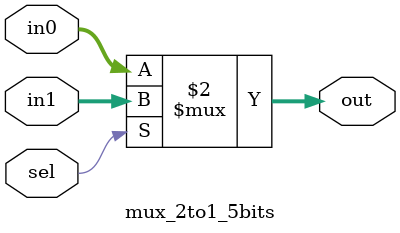
<source format=v>
`timescale 1ns / 1ps

module mux_2to1_5bits

(
    in0,	//input 0
	in1,	//input 1
	out,	//output
	sel	//select
);

	parameter DWIDTH = 5;
    //--------------------------
	// Input Ports
	//--------------------------
	// < Enter Input Ports  >
    input 		[DWIDTH-1:0]		in0;
	input 		[DWIDTH-1:0]		in1;
	input 									sel;
	
    //--------------------------
    // Output Ports
    //--------------------------
    // < Enter Output Ports  >	
    output 	[DWIDTH-1:0] 		out; 
		
  
	assign out = (sel == 0) ? in0 : in1;
    
 endmodule  




</source>
